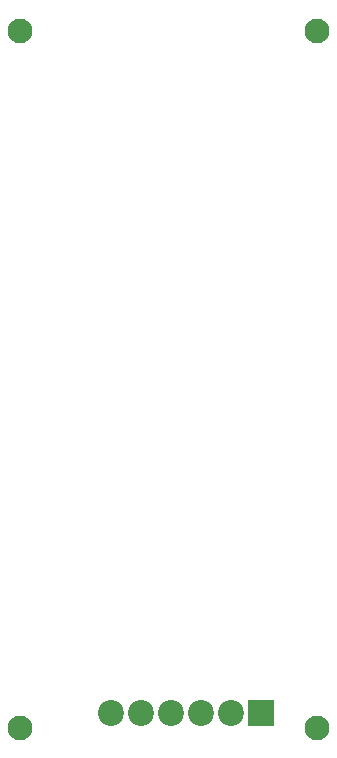
<source format=gbs>
%TF.GenerationSoftware,KiCad,Pcbnew,(5.1.12)-1*%
%TF.CreationDate,2022-08-18T11:36:15-07:00*%
%TF.ProjectId,HighPressureSensorArray,48696768-5072-4657-9373-75726553656e,rev?*%
%TF.SameCoordinates,Original*%
%TF.FileFunction,Soldermask,Bot*%
%TF.FilePolarity,Negative*%
%FSLAX46Y46*%
G04 Gerber Fmt 4.6, Leading zero omitted, Abs format (unit mm)*
G04 Created by KiCad (PCBNEW (5.1.12)-1) date 2022-08-18 11:36:15*
%MOMM*%
%LPD*%
G01*
G04 APERTURE LIST*
%ADD10C,2.100000*%
%ADD11R,2.200000X2.200000*%
%ADD12C,2.200000*%
G04 APERTURE END LIST*
D10*
X116900000Y-36400000D03*
X142000000Y-36400000D03*
X142000000Y-95400000D03*
X116900000Y-95400000D03*
D11*
X137300000Y-94200000D03*
D12*
X134760000Y-94200000D03*
X132220000Y-94200000D03*
X129680000Y-94200000D03*
X127140000Y-94200000D03*
X124600000Y-94200000D03*
M02*

</source>
